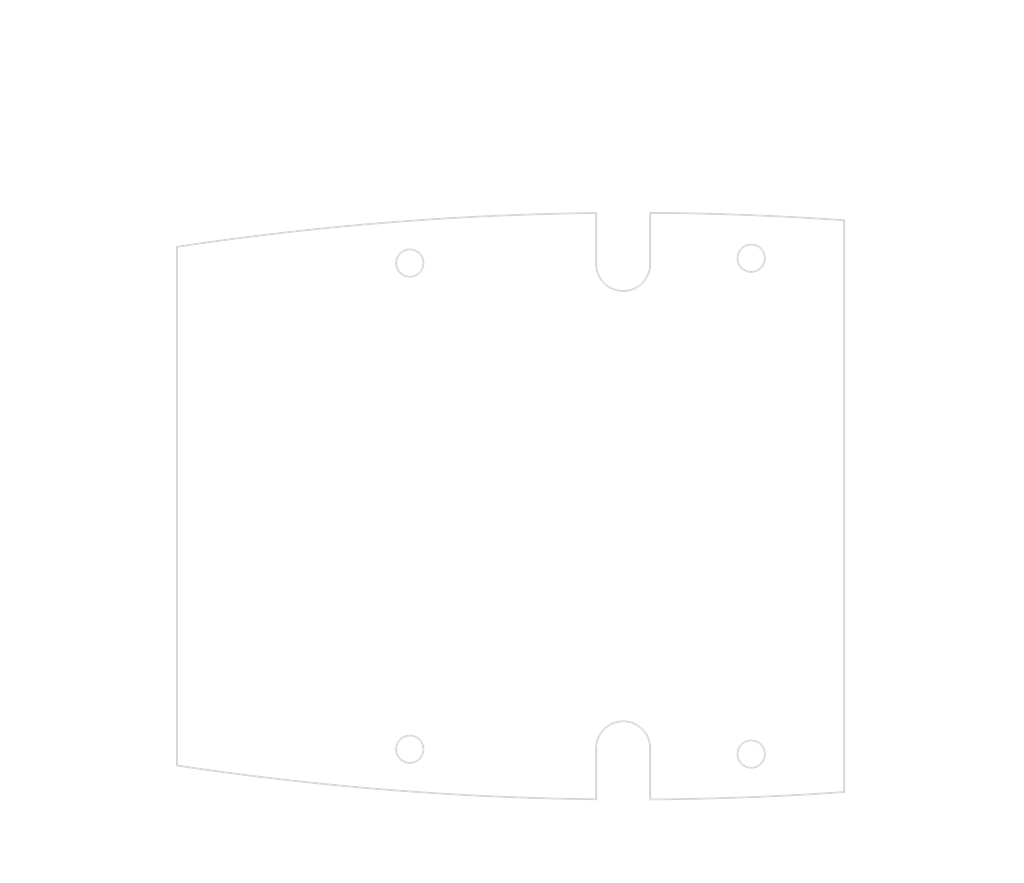
<source format=kicad_pcb>
(kicad_pcb (version 20221018) (generator pcbnew)

  (general
    (thickness 1.6)
  )

  (paper "A4")
  (layers
    (0 "F.Cu" signal)
    (31 "B.Cu" signal)
    (32 "B.Adhes" user "B.Adhesive")
    (33 "F.Adhes" user "F.Adhesive")
    (34 "B.Paste" user)
    (35 "F.Paste" user)
    (36 "B.SilkS" user "B.Silkscreen")
    (37 "F.SilkS" user "F.Silkscreen")
    (38 "B.Mask" user)
    (39 "F.Mask" user)
    (40 "Dwgs.User" user "User.Drawings")
    (41 "Cmts.User" user "User.Comments")
    (42 "Eco1.User" user "User.Eco1")
    (43 "Eco2.User" user "User.Eco2")
    (44 "Edge.Cuts" user)
    (45 "Margin" user)
    (46 "B.CrtYd" user "B.Courtyard")
    (47 "F.CrtYd" user "F.Courtyard")
    (48 "B.Fab" user)
    (49 "F.Fab" user)
  )

  (setup
    (pad_to_mask_clearance 0.051)
    (solder_mask_min_width 0.25)
    (pcbplotparams
      (layerselection 0x00010fc_ffffffff)
      (plot_on_all_layers_selection 0x0000000_00000000)
      (disableapertmacros false)
      (usegerberextensions false)
      (usegerberattributes false)
      (usegerberadvancedattributes false)
      (creategerberjobfile false)
      (dashed_line_dash_ratio 12.000000)
      (dashed_line_gap_ratio 3.000000)
      (svgprecision 4)
      (plotframeref false)
      (viasonmask false)
      (mode 1)
      (useauxorigin false)
      (hpglpennumber 1)
      (hpglpenspeed 20)
      (hpglpendiameter 15.000000)
      (dxfpolygonmode true)
      (dxfimperialunits true)
      (dxfusepcbnewfont true)
      (psnegative false)
      (psa4output false)
      (plotreference true)
      (plotvalue true)
      (plotinvisibletext false)
      (sketchpadsonfab false)
      (subtractmaskfromsilk false)
      (outputformat 1)
      (mirror false)
      (drillshape 1)
      (scaleselection 1)
      (outputdirectory "")
    )
  )

  (net 0 "")

  (gr_line (start 140.30597 131.216584) (end 105.965111 131.216584)
    (stroke (width 0.2) (type solid)) (layer "Dwgs.User") (tstamp 02582be5-eb75-42f3-8d72-77f3af499f3a))
  (gr_line (start 181.30597 72.683029) (end 181.30597 62.055399)
    (stroke (width 0.2) (type solid)) (layer "Dwgs.User") (tstamp 026324a2-be4f-49ac-8280-0492e8ceb44d))
  (gr_line (start 197.099368 75.683029) (end 197.099368 98.832744)
    (stroke (width 0.2) (type solid)) (layer "Dwgs.User") (tstamp 046ddc80-9689-4035-b05f-fa138d1f88c9))
  (gr_line (start 141.30597 131.306584) (end 141.30597 131.126584)
    (stroke (width 0.2) (type solid)) (layer "Dwgs.User") (tstamp 0a9dab55-fc19-40b4-aead-76f1efd4c4ed))
  (gr_line (start 182.30597 73.683029) (end 200.274368 73.683029)
    (stroke (width 0.2) (type solid)) (layer "Dwgs.User") (tstamp 10c6cd25-0673-4087-9e7d-07b44bfc95b8))
  (gr_line (start 116.023908 46.85593) (end 148.49183 46.85593)
    (stroke (width 0.2) (type solid)) (layer "Dwgs.User") (tstamp 1e5ab0dc-d1e5-4d73-a053-75d5960c9770))
  (gr_line (start 141.21597 131.216584) (end 141.39597 131.216584)
    (stroke (width 0.2) (type solid)) (layer "Dwgs.User") (tstamp 20a057c2-5917-49f6-b7f7-5df9f78b0941))
  (gr_line (start 140.30597 74.254635) (end 105.965111 74.254635)
    (stroke (width 0.2) (type solid)) (layer "Dwgs.User") (tstamp 24139db8-a825-45e8-9140-e2ae2526946d))
  (gr_line (start 166.305121 125.947005) (end 166.305121 106.638474)
    (stroke (width 0.2) (type solid)) (layer "Dwgs.User") (tstamp 2519054e-47b4-47ab-bdff-beacb4e9fdb0))
  (gr_line (start 193.205045 69.235609) (end 211.727385 69.235609)
    (stroke (width 0.2) (type solid)) (layer "Dwgs.User") (tstamp 300a4cd7-1ba1-4dcc-b400-520cce7e6532))
  (gr_line (start 141.30597 73.254635) (end 141.30597 49.465485)
    (stroke (width 0.2) (type solid)) (layer "Dwgs.User") (tstamp 32b87e53-e5c0-443d-857f-64369bfa7050))
  (gr_line (start 166.305121 79.524214) (end 166.305121 98.832744)
    (stroke (width 0.2) (type solid)) (layer "Dwgs.User") (tstamp 343d1bb2-4ffd-4557-86ac-4abdb11e072d))
  (gr_line (start 98.023908 74.346941) (end 98.023908 98.832744)
    (stroke (width 0.2) (type solid)) (layer "Dwgs.User") (tstamp 3de7e49a-c3c5-4989-b955-39782286ddc0))
  (gr_line (start 166.30597 73.361489) (end 166.30597 55.760442)
    (stroke (width 0.2) (type solid)) (layer "Dwgs.User") (tstamp 4e3ae739-86b9-4d07-9fb8-0899ca7c5f17))
  (gr_line (start 109.140111 76.254635) (end 109.140111 98.832744)
    (stroke (width 0.2) (type solid)) (layer "Dwgs.User") (tstamp 552f86a7-8ee8-4e99-ba46-115b38a163cd))
  (gr_line (start 168.30597 58.935442) (end 174.638317 58.935442)
    (stroke (width 0.2) (type solid)) (layer "Dwgs.User") (tstamp 6888a799-8b4c-4e49-9036-d97db43db30e))
  (gr_line (start 190.205045 58.935442) (end 183.872697 58.935442)
    (stroke (width 0.2) (type solid)) (layer "Dwgs.User") (tstamp 775a231d-4d79-4bda-9008-ea8d42b352ff))
  (gr_line (start 192.205045 68.235609) (end 192.205045 49.465485)
    (stroke (width 0.2) (type solid)) (layer "Dwgs.User") (tstamp 789c5374-9c57-4346-84f5-1cb5f2279df1))
  (gr_line (start 208.552385 134.235609) (end 208.552385 106.638474)
    (stroke (width 0.2) (type solid)) (layer "Dwgs.User") (tstamp 79041728-6878-47d4-98ee-a124d0da6352))
  (gr_line (start 192.205045 65.230399) (end 195.229852 65.230399)
    (stroke (width 0.2) (type solid)) (layer "Dwgs.User") (tstamp 7b411536-a1da-405d-b6c9-3c691c9e7806))
  (gr_line (start 143.30597 52.640485) (end 162.138317 52.640485)
    (stroke (width 0.2) (type solid)) (layer "Dwgs.User") (tstamp 8582324d-3424-47c8-a176-108551b05e0e))
  (gr_line (start 208.552385 71.235609) (end 208.552385 98.832744)
    (stroke (width 0.2) (type solid)) (layer "Dwgs.User") (tstamp 8aca573d-7784-4f95-a3ec-17eb6248f02a))
  (gr_line (start 157.329629 120.183672) (end 159.329629 120.183672)
    (stroke (width 0.2) (type solid)) (layer "Dwgs.User") (tstamp 8ea785ed-e86c-401a-95f0-ad844f3cf419))
  (gr_line (start 190.205045 46.85593) (end 157.737123 46.85593)
    (stroke (width 0.2) (type solid)) (layer "Dwgs.User") (tstamp 93fc40ef-446e-4906-8de3-855cd5641663))
  (gr_line (start 192.205045 68.235609) (end 192.205045 55.760442)
    (stroke (width 0.2) (type solid)) (layer "Dwgs.User") (tstamp 96654b64-89dc-4f1d-b739-798a5f7efb7e))
  (gr_line (start 182.30597 131.788189) (end 200.274368 131.788189)
    (stroke (width 0.2) (type solid)) (layer "Dwgs.User") (tstamp 99ba7363-13bd-4201-bc17-f0ef1135f1bd))
  (gr_line (start 113.023908 133.124278) (end 94.848908 133.124278)
    (stroke (width 0.2) (type solid)) (layer "Dwgs.User") (tstamp 9f2b8acd-926f-43ec-b0c0-94834287300b))
  (gr_line (start 190.205045 52.640485) (end 171.372697 52.640485)
    (stroke (width 0.2) (type solid)) (layer "Dwgs.User") (tstamp a09be600-bc3e-4a0e-b96f-f4de3434501e))
  (gr_line (start 149.76052 143.66216) (end 147.76052 143.66216)
    (stroke (width 0.2) (type solid)) (layer "Dwgs.User") (tstamp ab9c6f33-1721-45fd-a010-bd2971e533d5))
  (gr_line (start 192.205045 68.235609) (end 192.205045 43.68093)
    (stroke (width 0.2) (type solid)) (layer "Dwgs.User") (tstamp ac2c6181-c078-43b1-97e2-feb468d3d0b3))
  (gr_line (start 114.023908 71.346941) (end 114.023908 43.68093)
    (stroke (width 0.2) (type solid)) (layer "Dwgs.User") (tstamp afbf520b-0ee1-4d5e-9811-82e3d48067d7))
  (gr_line (start 193.205045 136.235609) (end 211.727385 136.235609)
    (stroke (width 0.2) (type solid)) (layer "Dwgs.User") (tstamp b9c6f799-78c5-4916-867e-1c39b3a8a07c))
  (gr_line (start 109.140111 129.216584) (end 109.140111 106.638474)
    (stroke (width 0.2) (type solid)) (layer "Dwgs.User") (tstamp baea43c8-6cf3-47c5-acc9-3ba93159ac05))
  (gr_line (start 113.023908 72.346941) (end 94.848908 72.346941)
    (stroke (width 0.2) (type solid)) (layer "Dwgs.User") (tstamp c3406bd9-79ee-4863-9b9d-e7c3c5a16b07))
  (gr_line (start 192.205045 68.235609) (end 192.205045 62.055399)
    (stroke (width 0.2) (type solid)) (layer "Dwgs.User") (tstamp c67262f7-7b88-42d1-ad78-d9190fd3c174))
  (gr_line (start 183.30597 65.230399) (end 190.205045 65.230399)
    (stroke (width 0.2) (type solid)) (layer "Dwgs.User") (tstamp cdba2fff-11fd-4d9e-99a8-7d3577bc3367))
  (gr_line (start 147.76052 143.66216) (end 142.963372 134.412365)
    (stroke (width 0.2) (type solid)) (layer "Dwgs.User") (tstamp d9bea1e0-a516-4cf1-a75c-3b4f5d6365fc))
  (gr_line (start 159.329629 120.183672) (end 163.527601 126.758362)
    (stroke (width 0.2) (type solid)) (layer "Dwgs.User") (tstamp e9642fa8-460c-4832-b4f1-9d644793cd70))
  (gr_line (start 197.099368 129.788189) (end 197.099368 106.638474)
    (stroke (width 0.2) (type solid)) (layer "Dwgs.User") (tstamp f00d7f5b-2de0-48db-9552-36a8ca337da3))
  (gr_line (start 98.023908 131.124278) (end 98.023908 106.638474)
    (stroke (width 0.2) (type solid)) (layer "Dwgs.User") (tstamp f10b7e7d-1e9d-41c5-bb21-b8098d162601))
  (gr_line (start 169.468694 68.36936) (end 169.468694 74.361489)
    (stroke (width 0.2) (type solid)) (layer "Edge.Cuts") (tstamp 0e7817f5-61c4-4ac9-af76-824281b21f63))
  (gr_arc (start 169.468695 68.369359) (mid 180.843766 68.621479) (end 192.205045 69.235609)
    (stroke (width 0.2) (type solid)) (layer "Edge.Cuts") (tstamp 41d4091a-cf10-45e1-92b0-c273fa686c97))
  (gr_circle (center 141.30597 131.216584) (end 142.90597 131.216584)
    (stroke (width 0.2) (type solid)) (fill none) (layer "Edge.Cuts") (tstamp 508a5c19-b79a-406b-adeb-813116fcc49b))
  (gr_arc (start 114.023908 72.346941) (mid 138.515215 69.518689) (end 163.143245 68.385874)
    (stroke (width 0.2) (type solid)) (layer "Edge.Cuts") (tstamp 64dab5ad-a6a4-4196-8d5e-1d51e0144ccc))
  (gr_line (start 114.023908 72.346941) (end 114.023908 133.124278)
    (stroke (width 0.2) (type solid)) (layer "Edge.Cuts") (tstamp 896d7b5a-1606-4ec1-8557-a0904ced2d18))
  (gr_arc (start 169.468695 74.361489) (mid 166.30597 77.524214) (end 163.143245 74.361489)
    (stroke (width 0.2) (type solid)) (layer "Edge.Cuts") (tstamp a4ae2198-ec36-4bc9-8841-af8d5fb002bc))
  (gr_circle (center 181.30597 131.788189) (end 182.90597 131.788189)
    (stroke (width 0.2) (type solid)) (fill none) (layer "Edge.Cuts") (tstamp b87fa207-275e-45dc-b7f8-a34b40ce58a7))
  (gr_line (start 163.143245 74.361489) (end 163.143245 68.385874)
    (stroke (width 0.2) (type solid)) (layer "Edge.Cuts") (tstamp c6304038-502f-4b2c-b108-acda8e38f681))
  (gr_line (start 163.143245 137.085344) (end 163.143245 131.109729)
    (stroke (width 0.2) (type solid)) (layer "Edge.Cuts") (tstamp cdaed3ad-af0f-4ba0-8def-dbf18ee4c8bf))
  (gr_arc (start 192.205044 136.235609) (mid 180.843765 136.849738) (end 169.468694 137.101859)
    (stroke (width 0.2) (type solid)) (layer "Edge.Cuts") (tstamp dcbefcb4-59e9-4076-aeef-d4dc9d534ddc))
  (gr_line (start 192.205045 136.235609) (end 192.205045 69.235609)
    (stroke (width 0.2) (type solid)) (layer "Edge.Cuts") (tstamp dcf3f182-2579-4744-a012-280b2c7f3347))
  (gr_arc (start 163.143246 131.109729) (mid 166.30597 127.947005) (end 169.468694 131.109729)
    (stroke (width 0.2) (type solid)) (layer "Edge.Cuts") (tstamp e311f03f-5744-4a52-b419-aad4d2ddec84))
  (gr_arc (start 163.143245 137.085345) (mid 138.515215 135.952531) (end 114.023908 133.124278)
    (stroke (width 0.2) (type solid)) (layer "Edge.Cuts") (tstamp e5a4eb4d-d31f-47d3-9fd9-3094825ba83c))
  (gr_line (start 169.468694 131.109729) (end 169.468694 137.101859)
    (stroke (width 0.2) (type solid)) (layer "Edge.Cuts") (tstamp f75c8aa2-8ce6-42fd-96f9-df8ece45a380))
  (gr_circle (center 141.30597 74.254635) (end 142.90597 74.254635)
    (stroke (width 0.2) (type solid)) (fill none) (layer "Edge.Cuts") (tstamp f87acf2d-c013-431f-a41d-29d01086f079))
  (gr_circle (center 181.30597 73.683029) (end 182.90597 73.683029)
    (stroke (width 0.2) (type solid)) (fill none) (layer "Edge.Cuts") (tstamp faf8ee9b-98ba-4d88-84d7-f763f39cb79b))
  (gr_text "[.43]" (at 199.847042 67.312118) (layer "Dwgs.User") (tstamp 07b2532d-e243-4381-884e-67b7e79c4902)
    (effects (font (size 2 1.8) (thickness 0.25)))
  )
  (gr_text "[1.02]" (at 179.255507 61.017161) (layer "Dwgs.User") (tstamp 0f9a9fef-5544-4a92-a702-3ed60ef27a65)
    (effects (font (size 2 1.8) (thickness 0.25)))
  )
  (gr_text "[R0.12]" (at 152.211075 122.265391) (layer "Dwgs.User") (tstamp 24fb5914-6af4-4eb3-a808-ce4b25dcb75b)
    (effects (font (size 2 1.8) (thickness 0.25)))
  )
  (gr_text " 60.78" (at 98.023908 100.914463) (layer "Dwgs.User") (tstamp 2855519a-ca67-4e4e-8f77-d16601eac38d)
    (effects (font (size 2 1.8) (thickness 0.25)))
  )
  (gr_text " 58.11" (at 197.099368 100.914463) (layer "Dwgs.User") (tstamp 324bdeda-fb7f-4ed2-9836-6f03accda9fb)
    (effects (font (size 2 1.8) (thickness 0.25)))
  )
  (gr_text " 50.42" (at 166.305121 100.914463) (layer "Dwgs.User") (tstamp 3382c750-3110-4b4e-b178-7d94adac8341)
    (effects (font (size 2 1.8) (thickness 0.25)))
  )
  (gr_text "[2.39]" (at 98.023908 104.817328) (layer "Dwgs.User") (tstamp 4116112e-8985-4b95-b590-4c5aae69ccd1)
    (effects (font (size 2 1.8) (thickness 0.25)))
  )
  (gr_text " ∅3.20\n[∅0.13]" (at 154.956836 143.66216) (layer "Dwgs.User") (tstamp 4711a9d5-a07b-4f9c-a8f0-c634e6cb2370)
    (effects (font (size 2 1.8) (thickness 0.25)))
  )
  (gr_text " 67.00" (at 208.552385 100.914463) (layer "Dwgs.User") (tstamp 5ada303e-b63a-4e04-8c33-8dee10d1a6f0)
    (effects (font (size 2 1.8) (thickness 0.25)))
  )
  (gr_text "[2.24]" (at 109.140111 104.817328) (layer "Dwgs.User") (tstamp 5cf0b9b9-76b1-4243-8749-623b13e03597)
    (effects (font (size 2 1.8) (thickness 0.25)))
  )
  (gr_text " 78.18" (at 153.114476 45.034784) (layer "Dwgs.User") (tstamp 752e6219-9d13-4f43-94cf-6d66804299cf)
    (effects (font (size 2 1.8) (thickness 0.25)))
  )
  (gr_text " 50.90" (at 166.755507 50.819339) (layer "Dwgs.User") (tstamp 789b95c3-289d-4107-ba92-8309893f1a64)
    (effects (font (size 2 1.8) (thickness 0.25)))
  )
  (gr_text " 56.96" (at 109.140111 100.914463) (layer "Dwgs.User") (tstamp 807ea034-c801-45e4-8c11-5db3eaf0a5ed)
    (effects (font (size 2 1.8) (thickness 0.25)))
  )
  (gr_text " 10.90" (at 199.847042 63.409253) (layer "Dwgs.User") (tstamp 91c6cfcc-9a2a-4800-8d10-7c1ed57e1a49)
    (effects (font (size 2 1.8) (thickness 0.25)))
  )
  (gr_text " R3.16" (at 152.211075 118.361844) (layer "Dwgs.User") (tstamp a4576080-490f-4a8e-b738-fe8439661351)
    (effects (font (size 2 1.8) (thickness 0.25)))
  )
  (gr_text "[3.08]" (at 153.114476 48.937649) (layer "Dwgs.User") (tstamp aef859c7-98ed-49df-8fef-6133ea84071c)
    (effects (font (size 2 1.8) (thickness 0.25)))
  )
  (gr_text "[2.00]" (at 166.755507 54.722204) (layer "Dwgs.User") (tstamp b7ebd57a-7f7c-4fb5-abff-e473f6522362)
    (effects (font (size 2 1.8) (thickness 0.25)))
  )
  (gr_text " 25.90" (at 179.255507 57.114296) (layer "Dwgs.User") (tstamp b9ffdab3-86e0-4d81-befd-3f6ea21f79cf)
    (effects (font (size 2 1.8) (thickness 0.25)))
  )
  (gr_text "[2.64]" (at 208.552385 104.817328) (layer "Dwgs.User") (tstamp bb2ae313-e326-43ea-a48d-e0d6ef7d8364)
    (effects (font (size 2 1.8) (thickness 0.25)))
  )
  (gr_text "[2.29]" (at 197.099368 104.817328) (layer "Dwgs.User") (tstamp d5b7378d-0725-45cf-9a2e-943f8dba6ba1)
    (effects (font (size 2 1.8) (thickness 0.25)))
  )
  (gr_text "[1.99]" (at 166.305121 104.817328) (layer "Dwgs.User") (tstamp f66a7d74-78a6-4512-8451-7378e170a5c8)
    (effects (font (size 2 1.8) (thickness 0.25)))
  )

)

</source>
